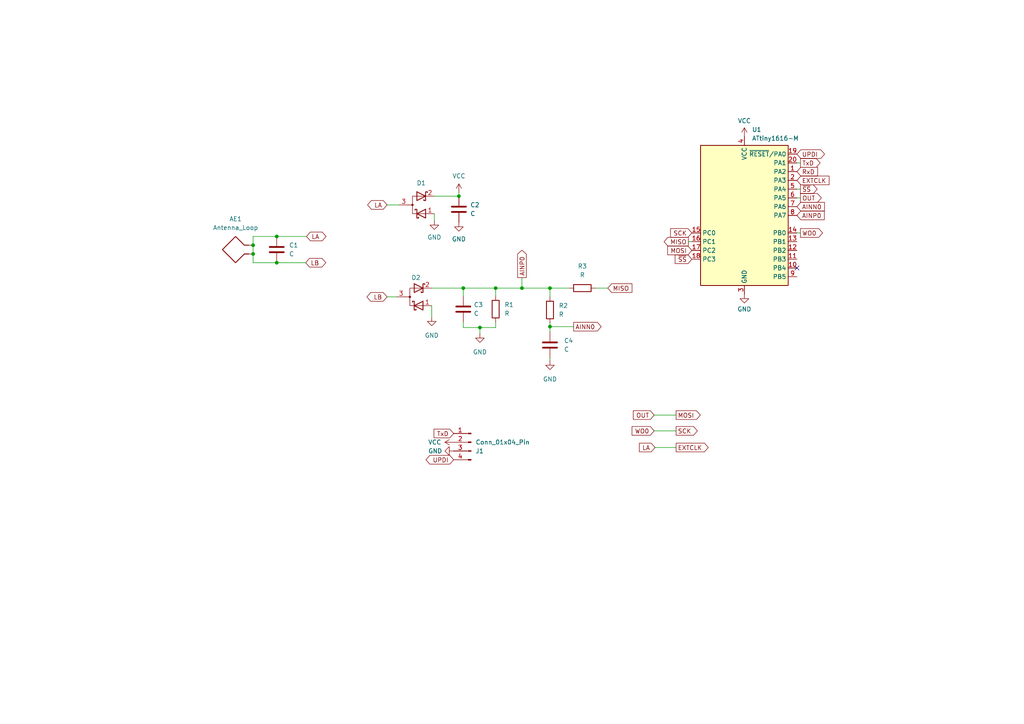
<source format=kicad_sch>
(kicad_sch (version 20250114) (generator "eeschema") (generator_version "9.0")
  (paper "A4")
  (lib_symbols
    (symbol "Connector:Conn_01x04_Pin" (pin_names (offset 1.016) (hide yes))
      (property "Reference" "J" (at 0 5.08 0))
      (property "Value" "Conn_01x04_Pin" (at 0 -7.62 0))
      (symbol "Conn_01x04_Pin_1_1"
        (rectangle (start 0.8636 2.667) (end 0 2.413) (stroke (width 0.1524)) (fill (type outline)))
        (rectangle (start 0.8636 0.127) (end 0 -0.127) (stroke (width 0.1524)) (fill (type outline)))
        (rectangle (start 0.8636 -2.413) (end 0 -2.667) (stroke (width 0.1524)) (fill (type outline)))
        (rectangle (start 0.8636 -4.953) (end 0 -5.207) (stroke (width 0.1524)) (fill (type outline)))
        (polyline (pts (xy 1.27 2.54) (xy 0.8636 2.54)) (stroke (width 0.1524)))
        (polyline (pts (xy 1.27 0) (xy 0.8636 0)) (stroke (width 0.1524)))
        (polyline (pts (xy 1.27 -2.54) (xy 0.8636 -2.54)) (stroke (width 0.1524)))
        (polyline (pts (xy 1.27 -5.08) (xy 0.8636 -5.08)) (stroke (width 0.1524)))
        (pin passive line (at 5.08 2.54 180) (length 3.81) (name "Pin_1") (number "1"))
        (pin passive line (at 5.08 0 180) (length 3.81) (name "Pin_2") (number "2"))
        (pin passive line (at 5.08 -2.54 180) (length 3.81) (name "Pin_3") (number "3"))
        (pin passive line (at 5.08 -5.08 180) (length 3.81) (name "Pin_4") (number "4"))
      )
    )
    (symbol "Device:Antenna_Loop" (pin_numbers (hide yes)) (pin_names (offset 1.016) (hide yes))
      (property "Reference" "AE" (at 1.27 6.35 0))
      (property "Value" "Antenna_Loop" (at 1.27 5.08 0))
      (symbol "Antenna_Loop_0_1"
        (polyline (pts (xy 2.54 -3.81) (xy 2.54 -2.54) (xy 5.08 0) (xy 1.27 3.81) (xy -2.54 0) (xy 0 -2.54) (xy 0 -3.81)) (stroke (width 0.254)))
      )
      (symbol "Antenna_Loop_1_1"
        (pin input line (at 0 -5.08 90) (length 2.54) (name "~") (number "1"))
        (pin input line (at 2.54 -5.08 90) (length 2.54) (name "~") (number "2"))
      )
    )
    (symbol "Device:C" (pin_numbers (hide yes)) (pin_names (offset 0.254))
      (property "Reference" "C" (at 0.635 2.54 0))
      (property "Value" "C" (at 0.635 -2.54 0))
      (symbol "C_0_1"
        (polyline (pts (xy -2.032 0.762) (xy 2.032 0.762)) (stroke (width 0.508)))
        (polyline (pts (xy -2.032 -0.762) (xy 2.032 -0.762)) (stroke (width 0.508)))
      )
      (symbol "C_1_1"
        (pin passive line (at 0 3.81 270) (length 2.794) (name "~") (number "1"))
        (pin passive line (at 0 -3.81 90) (length 2.794) (name "~") (number "2"))
      )
    )
    (symbol "Device:D_Schottky_Dual_Series_AKC_Parallel" (pin_names (offset 0.762) (hide yes))
      (property "Reference" "D" (at 0 5.08 0))
      (property "Value" "D_Schottky_Dual_Series_AKC_Parallel" (at 0 -5.08 0))
      (symbol "D_Schottky_Dual_Series_AKC_Parallel_0_1"
        (circle (center -1.27 0) (radius 0.254) (fill (type outline)))
        (polyline (pts (xy -1.27 0) (xy -2.54 0)))
        (polyline (pts (xy -0.508 -1.524) (xy -0.508 -1.27) (xy 0 -1.27) (xy 0 -3.81) (xy 0.508 -3.81) (xy 0.508 -3.556)) (stroke (width 0.254)))
        (polyline (pts (xy 0 3.81) (xy 2.54 2.54) (xy 0 1.27) (xy 0 3.81) (xy 0 3.81) (xy 0 3.81)) (stroke (width 0.254)))
        (polyline (pts (xy 2.54 2.54) (xy -1.27 2.54) (xy -1.27 -2.54) (xy 2.54 -2.54)))
        (polyline (pts (xy 2.54 -1.27) (xy 0 -2.54) (xy 2.54 -3.81) (xy 2.54 -1.27) (xy 2.54 -1.27) (xy 2.54 -1.27)) (stroke (width 0.254)))
        (polyline (pts (xy 3.048 3.556) (xy 3.048 3.81) (xy 2.54 3.81) (xy 2.54 1.27) (xy 2.032 1.27) (xy 2.032 1.524)) (stroke (width 0.254)))
        (pin passive line (at -5.08 0 0) (length 2.54) (name "A") (number "3"))
        (pin passive line (at 5.08 2.54 180) (length 2.54) (name "K") (number "2"))
        (pin passive line (at 5.08 -2.54 180) (length 2.54) (name "K") (number "1"))
      )
    )
    (symbol "Device:R" (pin_numbers (hide yes)) (pin_names (offset 0))
      (property "Reference" "R" (at 2.032 0 90))
      (property "Value" "R" (at 0 0 90))
      (symbol "R_0_1"
        (rectangle (start -1.016 -2.54) (end 1.016 2.54) (stroke (width 0.254)))
      )
      (symbol "R_1_1"
        (pin passive line (at 0 3.81 270) (length 1.27) (name "~") (number "1"))
        (pin passive line (at 0 -3.81 90) (length 1.27) (name "~") (number "2"))
      )
    )
    (symbol "MCU_Microchip_ATtiny:ATtiny1616-M"
      (property "Reference" "U" (at -12.7 21.59 0))
      (property "Value" "ATtiny1616-M" (at 2.54 -21.59 0))
      (symbol "ATtiny1616-M_0_1"
        (rectangle (start -12.7 -20.32) (end 12.7 20.32) (stroke (width 0.254)) (fill (type background)))
      )
      (symbol "ATtiny1616-M_1_1"
        (pin bidirectional line (at -15.24 -5.08 0) (length 2.54) (name "PC0") (number "15"))
        (pin bidirectional line (at -15.24 -7.62 0) (length 2.54) (name "PC1") (number "16"))
        (pin bidirectional line (at -15.24 -10.16 0) (length 2.54) (name "PC2") (number "17"))
        (pin bidirectional line (at -15.24 -12.7 0) (length 2.54) (name "PC3") (number "18"))
        (pin power_in line (at 0 22.86 270) (length 2.54) (name "VCC") (number "4"))
        (pin passive line (at 0 -22.86 90) (length 2.54) (hide yes) (name "GND") (number "21"))
        (pin power_in line (at 0 -22.86 90) (length 2.54) (name "GND") (number "3"))
        (pin bidirectional line (at 15.24 17.78 180) (length 2.54) (name "~{RESET}/PA0") (number "19"))
        (pin bidirectional line (at 15.24 15.24 180) (length 2.54) (name "PA1") (number "20"))
        (pin bidirectional line (at 15.24 12.7 180) (length 2.54) (name "PA2") (number "1"))
        (pin bidirectional line (at 15.24 10.16 180) (length 2.54) (name "PA3") (number "2"))
        (pin bidirectional line (at 15.24 7.62 180) (length 2.54) (name "PA4") (number "5"))
        (pin bidirectional line (at 15.24 5.08 180) (length 2.54) (name "PA5") (number "6"))
        (pin bidirectional line (at 15.24 2.54 180) (length 2.54) (name "PA6") (number "7"))
        (pin bidirectional line (at 15.24 0 180) (length 2.54) (name "PA7") (number "8"))
        (pin bidirectional line (at 15.24 -5.08 180) (length 2.54) (name "PB0") (number "14"))
        (pin bidirectional line (at 15.24 -7.62 180) (length 2.54) (name "PB1") (number "13"))
        (pin bidirectional line (at 15.24 -10.16 180) (length 2.54) (name "PB2") (number "12"))
        (pin bidirectional line (at 15.24 -12.7 180) (length 2.54) (name "PB3") (number "11"))
        (pin bidirectional line (at 15.24 -15.24 180) (length 2.54) (name "PB4") (number "10"))
        (pin bidirectional line (at 15.24 -17.78 180) (length 2.54) (name "PB5") (number "9"))
      )
    )
    (symbol "power:GND" (power) (pin_names (offset 0))
      (property "Value" "GND" (at 0 -3.81 0))
      (symbol "GND_0_1"
        (polyline (pts (xy 0 0) (xy 0 -1.27) (xy 1.27 -1.27) (xy 0 -2.54) (xy -1.27 -1.27) (xy 0 -1.27)))
      )
      (symbol "GND_1_1"
        (pin power_in line (at 0 0 270) (length 0) (hide yes) (name "GND") (number "1"))
      )
    )
    (symbol "power:VCC" (power) (pin_names (offset 0))
      (property "Value" "VCC" (at 0 3.81 0))
      (symbol "VCC_0_1"
        (polyline (pts (xy -0.762 1.27) (xy 0 2.54)))
        (polyline (pts (xy 0 2.54) (xy 0.762 1.27)))
        (polyline (pts (xy 0 0) (xy 0 2.54)))
      )
      (symbol "VCC_1_1"
        (pin power_in line (at 0 0 90) (length 0) (hide yes) (name "VCC") (number "1"))
      )
    )
  )
  (junction (at 139.192 94.996))
  (junction (at 151.384 83.566))
  (junction (at 143.764 83.566))
  (junction (at 73.406 71.12))
  (junction (at 159.512 94.742))
  (junction (at 80.264 76.2))
  (junction (at 80.264 68.58))
  (junction (at 73.406 73.66))
  (junction (at 159.512 83.566))
  (junction (at 133.096 56.896))
  (junction (at 134.366 83.566))
  (no_connect (at 231.14 77.724))
  (wire (pts (xy 151.384 80.518) (xy 151.384 83.566)))
  (wire (pts (xy 134.366 83.566) (xy 134.366 85.852)))
  (wire (pts (xy 134.366 94.996) (xy 134.366 93.472)))
  (wire (pts (xy 176.276 83.566) (xy 172.72 83.566)))
  (wire (pts (xy 125.222 91.948) (xy 125.222 88.646)))
  (wire (pts (xy 139.192 96.774) (xy 139.192 94.996)))
  (wire (pts (xy 165.1 83.566) (xy 159.512 83.566)))
  (wire (pts (xy 139.192 94.996) (xy 134.366 94.996)))
  (wire (pts (xy 73.406 73.66) (xy 73.406 76.2)))
  (wire (pts (xy 112.268 59.436) (xy 115.824 59.436)))
  (wire (pts (xy 73.406 71.12) (xy 73.406 73.66)))
  (wire (pts (xy 143.764 83.566) (xy 151.384 83.566)))
  (wire (pts (xy 125.984 56.896) (xy 133.096 56.896)))
  (wire (pts (xy 73.406 68.58) (xy 80.264 68.58)))
  (wire (pts (xy 88.9 68.58) (xy 80.264 68.58)))
  (wire (pts (xy 133.096 55.88) (xy 133.096 56.896)))
  (wire (pts (xy 143.764 94.996) (xy 139.192 94.996)))
  (wire (pts (xy 143.764 83.566) (xy 134.366 83.566)))
  (wire (pts (xy 189.992 129.794) (xy 196.088 129.794)))
  (wire (pts (xy 73.406 76.2) (xy 80.264 76.2)))
  (wire (pts (xy 125.222 83.566) (xy 134.366 83.566)))
  (wire (pts (xy 199.644 70.104) (xy 200.66 70.104)))
  (wire (pts (xy 159.512 103.886) (xy 159.512 104.648)))
  (wire (pts (xy 231.14 54.864) (xy 232.156 54.864)))
  (wire (pts (xy 115.062 86.106) (xy 112.268 86.106)))
  (wire (pts (xy 159.512 86.106) (xy 159.512 83.566)))
  (wire (pts (xy 80.264 76.2) (xy 88.646 76.2)))
  (wire (pts (xy 125.984 64.008) (xy 125.984 61.976)))
  (wire (pts (xy 73.406 71.12) (xy 73.406 68.58)))
  (wire (pts (xy 143.764 85.852) (xy 143.764 83.566)))
  (wire (pts (xy 159.512 83.566) (xy 151.384 83.566)))
  (wire (pts (xy 232.156 67.564) (xy 231.14 67.564)))
  (wire (pts (xy 143.764 94.996) (xy 143.764 93.472)))
  (wire (pts (xy 159.512 93.726) (xy 159.512 94.742)))
  (wire (pts (xy 159.512 94.742) (xy 159.512 96.266)))
  (wire (pts (xy 189.738 124.968) (xy 196.088 124.968)))
  (wire (pts (xy 232.156 57.404) (xy 231.14 57.404)))
  (wire (pts (xy 232.156 47.244) (xy 231.14 47.244)))
  (wire (pts (xy 166.37 94.742) (xy 159.512 94.742)))
  (wire (pts (xy 189.738 120.396) (xy 196.088 120.396)))
  (global_label "LA" (shape input) (at 189.992 129.794 180) (property "Intersheetrefs" "${INTERSHEET_REFS}" (effects (hide yes))))
  (global_label "LA" (shape bidirectional) (at 88.9 68.58 0) (property "Intersheetrefs" "${INTERSHEET_REFS}" (effects (hide yes))))
  (global_label "AINN0" (shape input) (at 231.14 59.944 0) (property "Intersheetrefs" "${INTERSHEET_REFS}" (effects (hide yes))))
  (global_label "WO0" (shape output) (at 232.156 67.564 0) (property "Intersheetrefs" "${INTERSHEET_REFS}" (effects (hide yes))))
  (global_label "MOSI" (shape output) (at 196.088 120.396 0) (property "Intersheetrefs" "${INTERSHEET_REFS}" (effects (hide yes))))
  (global_label "LA" (shape bidirectional) (at 112.268 59.436 180) (property "Intersheetrefs" "${INTERSHEET_REFS}" (effects (hide yes))))
  (global_label "RxD" (shape input) (at 231.14 49.784 0) (property "Intersheetrefs" "${INTERSHEET_REFS}" (effects (hide yes))))
  (global_label "AINP0" (shape output) (at 151.384 80.518 90) (property "Intersheetrefs" "${INTERSHEET_REFS}" (effects (hide yes))))
  (global_label "WO0" (shape input) (at 189.738 124.968 180) (property "Intersheetrefs" "${INTERSHEET_REFS}" (effects (hide yes))))
  (global_label "EXTCLK" (shape input) (at 231.14 52.324 0) (property "Intersheetrefs" "${INTERSHEET_REFS}" (effects (hide yes))))
  (global_label "LB" (shape bidirectional) (at 88.646 76.2 0) (property "Intersheetrefs" "${INTERSHEET_REFS}" (effects (hide yes))))
  (global_label "OUT" (shape input) (at 189.738 120.396 180) (property "Intersheetrefs" "${INTERSHEET_REFS}" (effects (hide yes))))
  (global_label "EXTCLK" (shape output) (at 196.088 129.794 0) (property "Intersheetrefs" "${INTERSHEET_REFS}" (effects (hide yes))))
  (global_label "UPDI" (shape bidirectional) (at 231.14 44.704 0) (property "Intersheetrefs" "${INTERSHEET_REFS}" (effects (hide yes))))
  (global_label "SCK" (shape input) (at 200.66 67.564 180) (property "Intersheetrefs" "${INTERSHEET_REFS}" (effects (hide yes))))
  (global_label "MISO" (shape output) (at 199.644 70.104 180) (property "Intersheetrefs" "${INTERSHEET_REFS}" (effects (hide yes))))
  (global_label "MISO" (shape input) (at 176.276 83.566 0) (property "Intersheetrefs" "${INTERSHEET_REFS}" (effects (hide yes))))
  (global_label "MOSI" (shape input) (at 200.66 72.644 180) (property "Intersheetrefs" "${INTERSHEET_REFS}" (effects (hide yes))))
  (global_label "TxD" (shape input) (at 131.572 125.73 180) (property "Intersheetrefs" "${INTERSHEET_REFS}" (effects (hide yes))))
  (global_label "UPDI" (shape bidirectional) (at 131.572 133.35 180) (property "Intersheetrefs" "${INTERSHEET_REFS}" (effects (hide yes))))
  (global_label "LB" (shape bidirectional) (at 112.268 86.106 180) (property "Intersheetrefs" "${INTERSHEET_REFS}" (effects (hide yes))))
  (global_label "TxD" (shape output) (at 232.156 47.244 0) (property "Intersheetrefs" "${INTERSHEET_REFS}" (effects (hide yes))))
  (global_label "~{SS}" (shape output) (at 232.156 54.864 0) (property "Intersheetrefs" "${INTERSHEET_REFS}" (effects (hide yes))))
  (global_label "AINP0" (shape input) (at 231.14 62.484 0) (property "Intersheetrefs" "${INTERSHEET_REFS}" (effects (hide yes))))
  (global_label "AINN0" (shape output) (at 166.37 94.742 0) (property "Intersheetrefs" "${INTERSHEET_REFS}" (effects (hide yes))))
  (global_label "SCK" (shape output) (at 196.088 124.968 0) (property "Intersheetrefs" "${INTERSHEET_REFS}" (effects (hide yes))))
  (global_label "~{SS}" (shape input) (at 200.66 75.184 180) (property "Intersheetrefs" "${INTERSHEET_REFS}" (effects (hide yes))))
  (global_label "OUT" (shape output) (at 232.156 57.404 0) (property "Intersheetrefs" "${INTERSHEET_REFS}" (effects (hide yes))))
  (symbol (lib_id "power:VCC") (at 131.572 128.27 90) (unit 1)
    (property "Reference" "#PWR010" (effects (hide yes)))
    (property "Value" "VCC" (at 128.016 128.27 90) (effects (justify left)))
  )
  (symbol (lib_id "power:GND") (at 215.9 85.344 0) (unit 1)
    (property "Reference" "#PWR05" (effects (hide yes)))
    (property "Value" "GND" (at 215.9 89.662 0))
  )
  (symbol (lib_id "Device:C") (at 159.512 100.076 0) (unit 1)
    (property "Reference" "C4" (at 163.576 98.806 0) (effects (justify left)))
    (property "Value" "C" (at 163.576 101.346 0) (effects (justify left)))
    (property "Footprint" "Capacitor_SMD:C_0402_1005Metric" (effects (hide yes)))
  )
  (symbol (lib_id "power:GND") (at 125.984 64.008 0) (unit 1)
    (property "Reference" "#PWR06" (effects (hide yes)))
    (property "Value" "GND" (at 125.984 68.834 0))
  )
  (symbol (lib_id "Device:C") (at 134.366 89.662 0) (unit 1)
    (property "Reference" "C3" (at 137.414 88.392 0) (effects (justify left)))
    (property "Value" "C" (at 137.414 90.932 0) (effects (justify left)))
    (property "Footprint" "Capacitor_SMD:C_0402_1005Metric" (effects (hide yes)))
  )
  (symbol (lib_id "Device:Antenna_Loop") (at 68.326 73.66 90) (unit 1)
    (property "Reference" "AE1" (at 68.326 63.5 90))
    (property "Value" "Antenna_Loop" (at 68.326 66.04 90))
    (property "Footprint" "Connector_PinHeader_2.54mm:PinHeader_1x02_P2.54mm_Vertical" (effects (hide yes)))
  )
  (symbol (lib_id "Device:C") (at 80.264 72.39 0) (unit 1)
    (property "Reference" "C1" (at 83.82 71.12 0) (effects (justify left)))
    (property "Value" "C" (at 83.82 73.66 0) (effects (justify left)))
    (property "Footprint" "Capacitor_SMD:C_0402_1005Metric" (effects (hide yes)))
  )
  (symbol (lib_id "power:VCC") (at 133.096 55.88 0) (unit 1)
    (property "Reference" "#PWR02" (effects (hide yes)))
    (property "Value" "VCC" (at 133.096 51.054 0))
  )
  (symbol (lib_id "Device:C") (at 133.096 60.706 0) (unit 1)
    (property "Reference" "C2" (at 136.398 59.436 0) (effects (justify left)))
    (property "Value" "C" (at 136.398 61.976 0) (effects (justify left)))
    (property "Footprint" "Capacitor_SMD:C_0402_1005Metric" (effects (hide yes)))
  )
  (symbol (lib_id "Device:R") (at 168.91 83.566 90) (unit 1)
    (property "Reference" "R3" (at 168.91 77.216 90))
    (property "Value" "R" (at 168.91 79.756 90))
    (property "Footprint" "Resistor_SMD:R_0402_1005Metric" (effects (hide yes)))
  )
  (symbol (lib_id "Device:D_Schottky_Dual_Series_AKC_Parallel") (at 120.904 59.436 0) (unit 1)
    (property "Reference" "D1" (at 122.174 53.086 0))
    (property "Value" "D_Schottky_Dual_Series_AKC_Parallel" (effects (hide yes)))
    (property "Footprint" "Package_TO_SOT_SMD:SOT-523" (effects (hide yes)))
  )
  (symbol (lib_id "power:GND") (at 139.192 96.774 0) (unit 1)
    (property "Reference" "#PWR03" (effects (hide yes)))
    (property "Value" "GND" (at 139.192 102.108 0))
  )
  (symbol (lib_id "power:GND") (at 125.222 91.948 0) (unit 1)
    (property "Reference" "#PWR07" (effects (hide yes)))
    (property "Value" "GND" (at 125.222 97.282 0))
  )
  (symbol (lib_id "MCU_Microchip_ATtiny:ATtiny1616-M") (at 215.9 62.484 0) (unit 1)
    (property "Reference" "U1" (at 218.0941 37.592 0) (effects (justify left)))
    (property "Value" "ATtiny1616-M" (at 218.0941 40.132 0) (effects (justify left)))
    (property "Footprint" "Package_DFN_QFN:VQFN-20-1EP_3x3mm_P0.4mm_EP1.7x1.7mm" (effects (hide yes)))
    (property "Datasheet" "http://ww1.microchip.com/downloads/en/DeviceDoc/ATtiny3216_ATtiny1616-data-sheet-40001997B.pdf" (effects (hide yes)))
  )
  (symbol (lib_id "power:VCC") (at 215.9 39.624 0) (unit 1)
    (property "Reference" "#PWR04" (effects (hide yes)))
    (property "Value" "VCC" (at 215.9 35.052 0))
  )
  (symbol (lib_id "Device:D_Schottky_Dual_Series_AKC_Parallel") (at 120.142 86.106 0) (unit 1)
    (property "Reference" "D2" (at 120.65 80.518 0))
    (property "Value" "D_Schottky_Dual_Series_AKC_Parallel" (effects (hide yes)))
    (property "Footprint" "Package_TO_SOT_SMD:SOT-523" (effects (hide yes)))
  )
  (symbol (lib_id "Device:R") (at 159.512 89.916 0) (unit 1)
    (property "Reference" "R2" (at 162.052 88.646 0) (effects (justify left)))
    (property "Value" "R" (at 162.052 91.186 0) (effects (justify left)))
    (property "Footprint" "Resistor_SMD:R_0402_1005Metric" (effects (hide yes)))
  )
  (symbol (lib_id "power:GND") (at 159.512 104.648 0) (unit 1)
    (property "Reference" "#PWR08" (effects (hide yes)))
    (property "Value" "GND" (at 159.512 109.982 0))
  )
  (symbol (lib_id "Device:R") (at 143.764 89.662 0) (unit 1)
    (property "Reference" "R1" (at 146.304 88.392 0) (effects (justify left)))
    (property "Value" "R" (at 146.304 90.932 0) (effects (justify left)))
    (property "Footprint" "Resistor_SMD:R_0402_1005Metric" (effects (hide yes)))
  )
  (symbol (lib_id "power:GND") (at 131.572 130.81 270) (unit 1)
    (property "Reference" "#PWR09" (effects (hide yes)))
    (property "Value" "GND" (at 128.27 130.81 90) (effects (justify right)))
  )
  (symbol (lib_id "Connector:Conn_01x04_Pin") (at 136.652 128.27 0) (mirror y) (unit 1)
    (property "Reference" "J1" (at 137.922 130.81 0) (effects (justify right)))
    (property "Value" "Conn_01x04_Pin" (at 137.922 128.27 0) (effects (justify right)))
    (property "Footprint" "Connector_PinHeader_2.54mm:PinHeader_1x04_P2.54mm_Vertical" (effects (hide yes)))
  )
  (symbol (lib_id "power:GND") (at 133.096 64.516 0) (unit 1)
    (property "Reference" "#PWR01" (effects (hide yes)))
    (property "Value" "GND" (at 133.096 69.342 0))
  )
)
</source>
